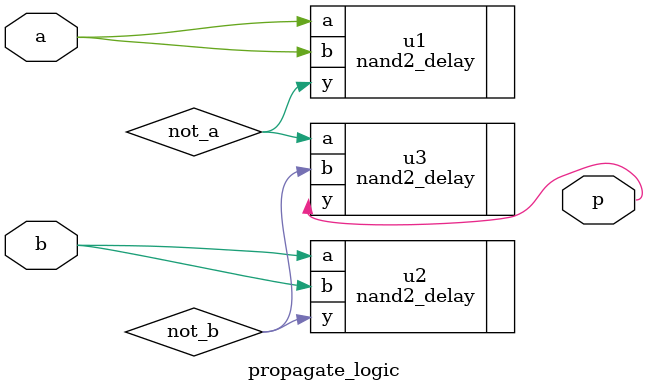
<source format=sv>
module propagate_logic (
	input  logic a,
    input  logic b,
    output logic p
);
	logic not_a, not_b;

    nand2_delay u1 (
        .a(a),
        .b(a),
        .y(not_a)
    );
    nand2_delay u2 (
        .a(b),
        .b(b),
        .y(not_b)
    );

    nand2_delay u3 (
        .a(not_a),
        .b(not_b),
        .y(p)
    );

endmodule

</source>
